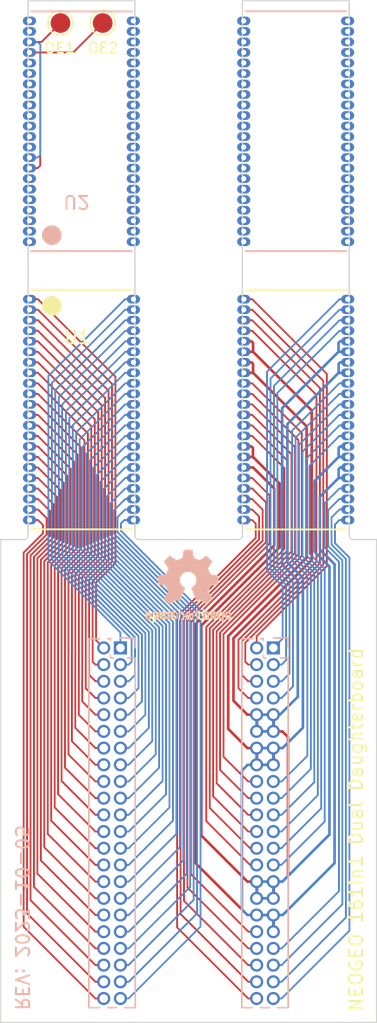
<source format=kicad_pcb>
(kicad_pcb (version 20221018) (generator pcbnew)
  (layers (0 "F.Cu" signal) (1 "In1.Cu" signal) (2 "In2.Cu" signal) (31 "B.Cu" signal) (34 "B.Paste" user) (35 "F.Paste" user) (36 "B.SilkS" user "B.Silkscreen") (37 "F.SilkS" user "F.Silkscreen") (38 "B.Mask" user) (39 "F.Mask" user) (44 "Edge.Cuts" user))
  (property "REV" "2023-10-05")
  (net 0 "")
  (net 1 "P1")
  (net 2 "P2")
  (net 3 "P3")
  (net 4 "P4")
  (net 5 "P5")
  (net 6 "P7")
  (net 7 "P8")
  (net 8 "P9")
  (net 9 "P10")
  (net 10 "P11")
  (net 11 "P12")
  (net 12 "P13")
  (net 13 "P14")
  (net 14 "P15")
  (net 15 "P16")
  (net 16 "P17")
  (net 17 "P18")
  (net 18 "P19")
  (net 19 "P20")
  (net 20 "P21")
  (net 21 "P22")
  (net 22 "P23")
  (net 23 "P24")
  (net 24 "P25")
  (net 25 "P26")
  (net 26 "P27")
  (net 27 "P28")
  (net 28 "P29")
  (net 29 "P30")
  (net 30 "P31")
  (net 31 "P32")
  (net 32 "P33")
  (net 33 "P34")
  (net 34 "P35")
  (net 35 "P36")
  (net 36 "P37")
  (net 37 "P38")
  (net 38 "P39")
  (net 39 "P40")
  (net 40 "P41")
  (net 41 "P42")
  (net 42 "P43")
  (net 43 "P44")
  (net 44 "P45")
  (net 45 "P46")
  (net 46 "P47")
  (net 47 "P48")
  (net 48 "P53")
  (net 49 "P54")
  (net 50 "P55")
  (net 51 "P56")
  (net 52 "P57")
  (net 53 "P58")
  (net 54 "P62")
  (net 55 "P63")
  (net 56 "P64")
  (net 57 "P65")
  (net 58 "P66")
  (net 59 "P67")
  (net 60 "P68")
  (net 61 "P69")
  (net 62 "P70")
  (net 63 "P75")
  (net 64 "P76")
  (net 65 "P77")
  (net 66 "P78")
  (net 67 "P79")
  (net 68 "P80")
  (net 69 "P85")
  (net 70 "P86")
  (net 71 "P87")
  (net 72 "P88")
  (net 73 "P6")
  (net 74 "C2_OE2")
  (net 75 "C2_OE1")
  (net 76 "VCC")
  (net 77 "GND")
  (footprint "TestPoint:TestPoint_Pad_D1.5mm" (layer "F.Cu") (at 131.7 74.7)
    (fp_text reference "J3" hide)
    (fp_text value "Conn_01x01_Pin" hide)
  )
  (footprint "TestPoint:TestPoint_Pad_D1.5mm" (layer "F.Cu") (at 134.91 74.7)
    (fp_text reference "J4" hide)
    (fp_text value "Conn_01x01_Pin" hide)
  )
  (footprint "Symbol:OSHW-Logo2_7.3x6mm_SilkScreen" (layer "F.Cu") (at 141.42 117.55)
    (fp_text reference "REF**" hide)
    (fp_text value "OSHW-Logo2_7.3x6mm_SilkScreen" hide)
  )
  (footprint "neogeo-161in1-dual-daughterboard:F0095H0" (layer "F.Cu") (at 141.45 104.11)
    (fp_text reference "U1")
    (fp_text value "F0095H0")
  )
  (footprint "Connector_PinHeader_1.27mm:PinHeader_2x22_P1.27mm_Vertical" (layer "B.Cu") (at 136.26 122.24 180)
    (fp_text reference "J1" hide)
    (fp_text value "Conn_02x22_Top_Bottom" hide)
  )
  (footprint "Symbol:OSHW-Logo2_7.3x6mm_SilkScreen" (layer "B.Cu") (at 141.41 117.53 180)
    (fp_text reference "REF**" hide)
    (fp_text value "OSHW-Logo2_7.3x6mm_SilkScreen" hide)
  )
  (footprint "Connector_PinHeader_1.27mm:PinHeader_2x22_P1.27mm_Vertical" (layer "B.Cu") (at 147.89 122.24 180)
    (fp_text reference "J2" hide)
    (fp_text value "Conn_02x22_Top_Bottom" hide)
  )
  (footprint "neogeo-161in1-dual-daughterboard:F0095H0" (layer "B.Cu") (at 141.44 82.94)
    (fp_text reference "U2")
    (fp_text value "F0095H0")
  )
  (gr_line (start 145.77 92.06) (end 153.42 92.06) (stroke (width 0.15)) (layer "B.SilkS"))
  (gr_line (start 129.47 73.82) (end 137.14 73.82) (stroke (width 0.15)) (layer "B.SilkS"))
  (gr_line (start 145.77 73.81) (end 153.42 73.81) (stroke (width 0.15)) (layer "B.SilkS"))
  (gr_line (start 129.47 92.06) (end 137.13 92.06) (stroke (width 0.15)) (layer "B.SilkS"))
  (gr_line (start 129.47 113.22) (end 137.13 113.22) (stroke (width 0.15)) (layer "F.SilkS"))
  (gr_line (start 145.77 113.23) (end 153.43 113.23) (stroke (width 0.15)) (layer "F.SilkS"))
  (gr_line (start 145.77 94.99) (end 153.42 94.99) (stroke (width 0.15)) (layer "F.SilkS"))
  (gr_line (start 129.48 94.99) (end 137.12 94.99) (stroke (width 0.15)) (layer "F.SilkS"))
  (gr_arc (start 137.662132 113.997868) (mid 137.45 113.91) (end 137.362132 113.697868) (stroke (width 0.1)) (layer "Edge.Cuts"))
  (gr_arc (start 129.237868 113.697868) (mid 129.150009 113.910009) (end 128.937868 113.997868) (stroke (width 0.1)) (layer "Edge.Cuts"))
  (gr_line (start 127.15 150.74) (end 155.75 150.74) (stroke (width 0.1)) (layer "Edge.Cuts"))
  (gr_line (start 128.937868 114) (end 127.15 114) (stroke (width 0.1)) (layer "Edge.Cuts"))
  (gr_arc (start 153.962132 114) (mid 153.749991 113.912141) (end 153.662132 113.7) (stroke (width 0.1)) (layer "Edge.Cuts"))
  (gr_line (start 127.15 150.74) (end 127.15 114) (stroke (width 0.1)) (layer "Edge.Cuts"))
  (gr_line (start 137.36 73) (end 137.362132 113.697868) (stroke (width 0.1)) (layer "Edge.Cuts"))
  (gr_line (start 129.24 73) (end 129.24 113.7) (stroke (width 0.1)) (layer "Edge.Cuts"))
  (gr_arc (start 145.537868 113.697868) (mid 145.45 113.91) (end 145.237868 113.997868) (stroke (width 0.1)) (layer "Edge.Cuts"))
  (gr_line (start 153.66 73.002132) (end 153.662132 113.7) (stroke (width 0.1)) (layer "Edge.Cuts"))
  (gr_line (start 155.75 114) (end 153.962132 114) (stroke (width 0.1)) (layer "Edge.Cuts"))
  (gr_line (start 137.662132 113.997868) (end 145.237868 113.997868) (stroke (width 0.1)) (layer "Edge.Cuts"))
  (gr_line (start 145.54 73) (end 145.54 113.697868) (stroke (width 0.1)) (layer "Edge.Cuts"))
  (gr_line (start 145.54 73) (end 153.66 73) (stroke (width 0.1)) (layer "Edge.Cuts"))
  (gr_line (start 155.75 150.74) (end 155.75 114) (stroke (width 0.1)) (layer "Edge.Cuts"))
  (gr_line (start 129.24 73) (end 137.36 73) (stroke (width 0.1)) (layer "Edge.Cuts"))
  (gr_text "REV: ${REV}" (at 128.18 149.91 -90) (layer "B.SilkS") (effects (font (size 1 1)) (justify left bottom mirror)))
  (gr_text "NEOGEO 161in1 Dual Daughterboard" (at 154.77 136.07 90) (layer "F.SilkS") (effects (font (size 1 1)) (justify bottom)))
  (gr_text "OE2" (at 133.68 77.06) (layer "F.SilkS") (effects (font (size 0.8 0.8) (thickness 0.12)) (justify left bottom)))
  (gr_text "OE1" (at 130.4 77.07) (layer "F.SilkS") (effects (font (size 0.8 0.8) (thickness 0.12)) (justify left bottom)))
  (segment (start 134.406 117.265004) (end 134.406 121.656) (width 0.135) (layer "F.Cu") (net 1))
  (segment (start 135.88 115.791004) (end 134.406 117.265004) (width 0.135) (layer "F.Cu") (net 1))
  (segment (start 129.35 95.71) (end 129.98 95.71) (width 0.135) (layer "F.Cu") (net 1))
  (segment (start 134.406 121.656) (end 134.99 122.24) (width 0.135) (layer "F.Cu") (net 1))
  (segment (start 129.98 95.71) (end 135.88 101.61) (width 0.135) (layer "F.Cu") (net 1))
  (segment (start 135.88 101.61) (end 135.88 115.791004) (width 0.135) (layer "F.Cu") (net 1))
  (segment (start 134.144 117.15648) (end 135.618 115.68248) (width 0.135) (layer "F.Cu") (net 2))
  (segment (start 135.618 102.148) (end 129.98 96.51) (width 0.135) (layer "F.Cu") (net 2))
  (segment (start 129.98 96.51) (end 129.35 96.51) (width 0.135) (layer "F.Cu") (net 2))
  (segment (start 134.36 123.51) (end 134.144 123.294) (width 0.135) (layer "F.Cu") (net 2))
  (segment (start 134.144 123.294) (end 134.144 117.15648) (width 0.135) (layer "F.Cu") (net 2))
  (segment (start 134.99 123.51) (end 134.36 123.51) (width 0.135) (layer "F.Cu") (net 2))
  (segment (start 135.618 115.68248) (end 135.618 102.148) (width 0.135) (layer "F.Cu") (net 2))
  (segment (start 135.356 102.676) (end 135.356 115.573956) (width 0.135) (layer "F.Cu") (net 3))
  (segment (start 129.35 97.31) (end 129.99 97.31) (width 0.135) (layer "F.Cu") (net 3))
  (segment (start 129.99 97.31) (end 135.356 102.676) (width 0.135) (layer "F.Cu") (net 3))
  (segment (start 133.882 117.047956) (end 133.882 124.292) (width 0.135) (layer "F.Cu") (net 3))
  (segment (start 133.882 124.292) (end 134.37 124.78) (width 0.135) (layer "F.Cu") (net 3))
  (segment (start 134.37 124.78) (end 134.99 124.78) (width 0.135) (layer "F.Cu") (net 3))
  (segment (start 135.356 115.573956) (end 133.882 117.047956) (width 0.135) (layer "F.Cu") (net 3))
  (segment (start 133.71 125.4) (end 133.616 125.306) (width 0.135) (layer "F.Cu") (net 4))
  (segment (start 129.35 98.11) (end 129.98 98.11) (width 0.135) (layer "F.Cu") (net 4))
  (segment (start 129.98 98.11) (end 135.094 103.224) (width 0.135) (layer "F.Cu") (net 4))
  (segment (start 133.62 116.939432) (end 133.62 125.31) (width 0.135) (layer "F.Cu") (net 4))
  (segment (start 133.62 125.31) (end 133.71 125.4) (width 0.135) (layer "F.Cu") (net 4))
  (segment (start 134.36 126.05) (end 133.71 125.4) (width 0.135) (layer "F.Cu") (net 4))
  (segment (start 135.094 115.465432) (end 133.62 116.939432) (width 0.135) (layer "F.Cu") (net 4))
  (segment (start 134.99 126.05) (end 134.36 126.05) (width 0.135) (layer "F.Cu") (net 4))
  (segment (start 135.094 103.224) (end 135.094 115.465432) (width 0.135) (layer "F.Cu") (net 4))
  (segment (start 134.832 115.356908) (end 134.832 103.762) (width 0.135) (layer "F.Cu") (net 5))
  (segment (start 134.832 103.762) (end 129.98 98.91) (width 0.135) (layer "F.Cu") (net 5))
  (segment (start 129.98 98.91) (end 129.35 98.91) (width 0.135) (layer "F.Cu") (net 5))
  (segment (start 133.354 124.678524) (end 133.358 124.674524) (width 0.135) (layer "F.Cu") (net 5))
  (segment (start 133.358 116.830908) (end 134.832 115.356908) (width 0.135) (layer "F.Cu") (net 5))
  (segment (start 133.354 126.314) (end 133.354 124.678524) (width 0.135) (layer "F.Cu") (net 5))
  (segment (start 134.99 127.32) (end 134.36 127.32) (width 0.135) (layer "F.Cu") (net 5))
  (segment (start 134.36 127.32) (end 133.354 126.314) (width 0.135) (layer "F.Cu") (net 5))
  (segment (start 133.358 124.674524) (end 133.358 116.830908) (width 0.135) (layer "F.Cu") (net 5))
  (segment (start 134.36 129.86) (end 132.83 128.33) (width 0.135) (layer "F.Cu") (net 6))
  (segment (start 132.83 122.771048) (end 132.834 122.767048) (width 0.135) (layer "F.Cu") (net 6))
  (segment (start 132.834 116.61386) (end 134.308 115.13986) (width 0.135) (layer "F.Cu") (net 6))
  (segment (start 134.99 129.86) (end 134.36 129.86) (width 0.135) (layer "F.Cu") (net 6))
  (segment (start 129.98 100.51) (end 129.35 100.51) (width 0.135) (layer "F.Cu") (net 6))
  (segment (start 134.308 115.13986) (end 134.308 104.838) (width 0.135) (layer "F.Cu") (net 6))
  (segment (start 134.308 104.838) (end 129.98 100.51) (width 0.135) (layer "F.Cu") (net 6))
  (segment (start 132.834 122.767048) (end 132.834 116.61386) (width 0.135) (layer "F.Cu") (net 6))
  (segment (start 132.83 128.33) (end 132.83 122.771048) (width 0.135) (layer "F.Cu") (net 6))
  (segment (start 134.046 115.031336) (end 134.046 105.376) (width 0.135) (layer "F.Cu") (net 7))
  (segment (start 134.36 131.13) (end 134.99 131.13) (width 0.135) (layer "F.Cu") (net 7))
  (segment (start 132.572 122.658524) (end 132.572 116.505336) (width 0.135) (layer "F.Cu") (net 7))
  (segment (start 129.98 101.31) (end 129.35 101.31) (width 0.135) (layer "F.Cu") (net 7))
  (segment (start 132.568 122.662524) (end 132.572 122.658524) (width 0.135) (layer "F.Cu") (net 7))
  (segment (start 134.046 105.376) (end 129.98 101.31) (width 0.135) (layer "F.Cu") (net 7))
  (segment (start 132.568 129.338) (end 134.36 131.13) (width 0.135) (layer "F.Cu") (net 7))
  (segment (start 132.568 127.15) (end 132.568 122.662524) (width 0.135) (layer "F.Cu") (net 7))
  (segment (start 132.568 127.15) (end 132.568 129.338) (width 0.135) (layer "F.Cu") (net 7))
  (segment (start 132.572 116.505336) (end 134.046 115.031336) (width 0.135) (layer "F.Cu") (net 7))
  (segment (start 132.31 117.09) (end 132.306 117.094) (width 0.135) (layer "F.Cu") (net 8))
  (segment (start 133.324 105.454) (end 129.98 102.11) (width 0.135) (layer "F.Cu") (net 8))
  (segment (start 134.36 132.4) (end 134.99 132.4) (width 0.135) (layer "F.Cu") (net 8))
  (segment (start 133.784 114.922812) (end 132.31 116.396812) (width 0.135) (layer "F.Cu") (net 8))
  (segment (start 133.784 105.914) (end 133.784 114.922812) (width 0.135) (layer "F.Cu") (net 8))
  (segment (start 132.306 130.346) (end 134.36 132.4) (width 0.135) (layer "F.Cu") (net 8))
  (segment (start 132.306 117.094) (end 132.306 130.346) (width 0.135) (layer "F.Cu") (net 8))
  (segment (start 129.98 102.11) (end 129.35 102.11) (width 0.135) (layer "F.Cu") (net 8))
  (segment (start 133.26 105.39) (end 133.784 105.914) (width 0.135) (layer "F.Cu") (net 8))
  (segment (start 132.31 116.396812) (end 132.31 117.09) (width 0.135) (layer "F.Cu") (net 8))
  (segment (start 134.99 133.67) (end 134.36 133.67) (width 0.135) (layer "F.Cu") (net 9))
  (segment (start 132.044 131.354) (end 132.044 116.794) (width 0.135) (layer "F.Cu") (net 9))
  (segment (start 132.048 116.79) (end 132.048 116.288288) (width 0.135) (layer "F.Cu") (net 9))
  (segment (start 129.98 102.91) (end 133.522 106.452) (width 0.135) (layer "F.Cu") (net 9))
  (segment (start 134.36 133.67) (end 132.044 131.354) (width 0.135) (layer "F.Cu") (net 9))
  (segment (start 132.048 116.288288) (end 133.522 114.814288) (width 0.135) (layer "F.Cu") (net 9))
  (segment (start 133.522 114.814288) (end 133.522 106.99) (width 0.135) (layer "F.Cu") (net 9))
  (segment (start 132.044 116.794) (end 132.048 116.79) (width 0.135) (layer "F.Cu") (net 9))
  (segment (start 129.35 102.91) (end 129.98 102.91) (width 0.135) (layer "F.Cu") (net 9))
  (segment (start 133.522 106.452) (end 133.522 106.99) (width 0.135) (layer "F.Cu") (net 9))
  (segment (start 134.99 134.94) (end 134.36 134.94) (width 0.135) (layer "F.Cu") (net 10))
  (segment (start 133.26 114.705764) (end 133.26 106.99) (width 0.135) (layer "F.Cu") (net 10))
  (segment (start 134.36 134.94) (end 131.782 132.362) (width 0.135) (layer "F.Cu") (net 10))
  (segment (start 131.782 132.362) (end 131.782 116.183764) (width 0.135) (layer "F.Cu") (net 10))
  (segment (start 129.98 103.71) (end 129.35 103.71) (width 0.135) (layer "F.Cu") (net 10))
  (segment (start 131.782 116.183764) (end 133.26 114.705764) (width 0.135) (layer "F.Cu") (net 10))
  (segment (start 133.26 106.99) (end 129.98 103.71) (width 0.135) (layer "F.Cu") (net 10))
  (segment (start 132.998 114.59724) (end 132.998 107.528) (width 0.135) (layer "F.Cu") (net 11))
  (segment (start 129.98 104.51) (end 129.35 104.51) (width 0.135) (layer "F.Cu") (net 11))
  (segment (start 132.998 107.528) (end 129.98 104.51) (width 0.135) (layer "F.Cu") (net 11))
  (segment (start 131.52 133.37) (end 131.52 116.07524) (width 0.135) (layer "F.Cu") (net 11))
  (segment (start 134.99 136.21) (end 134.36 136.21) (width 0.135) (layer "F.Cu") (net 11))
  (segment (start 131.52 116.07524) (end 132.998 114.59724) (width 0.135) (layer "F.Cu") (net 11))
  (segment (start 134.36 136.21) (end 131.52 133.37) (width 0.135) (layer "F.Cu") (net 11))
  (segment (start 132.736 114.488716) (end 132.736 108.066) (width 0.135) (layer "F.Cu") (net 12))
  (segment (start 129.98 105.31) (end 129.35 105.31) (width 0.135) (layer "F.Cu") (net 12))
  (segment (start 131.258 134.378) (end 131.258 115.966716) (width 0.135) (layer "F.Cu") (net 12))
  (segment (start 132.736 108.066) (end 129.98 105.31) (width 0.135) (layer "F.Cu") (net 12))
  (segment (start 131.258 115.966716) (end 132.736 114.488716) (width 0.135) (layer "F.Cu") (net 12))
  (segment (start 134.36 137.48) (end 131.258 134.378) (width 0.135) (layer "F.Cu") (net 12))
  (segment (start 134.99 137.48) (end 134.36 137.48) (width 0.135) (layer "F.Cu") (net 12))
  (segment (start 130.996 135.386) (end 130.996 134.14) (width 0.135) (layer "F.Cu") (net 13))
  (segment (start 132.474 114.380192) (end 132.474 108.614) (width 0.135) (layer "F.Cu") (net 13))
  (segment (start 129.97 106.11) (end 129.35 106.11) (width 0.135) (layer "F.Cu") (net 13))
  (segment (start 130.996 134.14) (end 130.996 123.15) (width 0.135) (layer "F.Cu") (net 13))
  (segment (start 130.996 115.858192) (end 132.474 114.380192) (width 0.135) (layer "F.Cu") (net 13))
  (segment (start 134.36 138.75) (end 130.996 135.386) (width 0.135) (layer "F.Cu") (net 13))
  (segment (start 134.99 138.75) (end 134.36 138.75) (width 0.135) (layer "F.Cu") (net 13))
  (segment (start 130.996 123.15) (end 130.996 115.858192) (width 0.135) (layer "F.Cu") (net 13))
  (segment (start 132.474 108.614) (end 129.97 106.11) (width 0.135) (layer "F.Cu") (net 13))
  (segment (start 130.73 115.753668) (end 132.212 114.271668) (width 0.135) (layer "F.Cu") (net 14))
  (segment (start 134.36 140.02) (end 130.73 136.39) (width 0.135) (layer "F.Cu") (net 14))
  (segment (start 130.73 136.39) (end 130.73 115.753668) (width 0.135) (layer "F.Cu") (net 14))
  (segment (start 132.212 109.142) (end 129.98 106.91) (width 0.135) (layer "F.Cu") (net 14))
  (segment (start 132.212 114.271668) (end 132.212 109.142) (width 0.135) (layer "F.Cu") (net 14))
  (segment (start 134.99 140.02) (end 134.36 140.02) (width 0.135) (layer "F.Cu") (net 14))
  (segment (start 129.98 106.91) (end 129.35 106.91) (width 0.135) (layer "F.Cu") (net 14))
  (segment (start 134.35 141.29) (end 130.468 137.408) (width 0.135) (layer "F.Cu") (net 15))
  (segment (start 131.95 114.163144) (end 131.95 109.68) (width 0.135) (layer "F.Cu") (net 15))
  (segment (start 134.99 141.29) (end 134.35 141.29) (width 0.135) (layer "F.Cu") (net 15))
  (segment (start 129.98 107.71) (end 129.35 107.71) (width 0.135) (layer "F.Cu") (net 15))
  (segment (start 131.95 109.68) (end 129.98 107.71) (width 0.135) (layer "F.Cu") (net 15))
  (segment (start 130.468 115.645144) (end 131.95 114.163144) (width 0.135) (layer "F.Cu") (net 15))
  (segment (start 130.468 137.408) (end 130.468 115.645144) (width 0.135) (layer "F.Cu") (net 15))
  (segment (start 134.99 142.56) (end 134.36 142.56) (width 0.135) (layer "F.Cu") (net 16))
  (segment (start 129.98 108.51) (end 129.35 108.51) (width 0.135) (layer "F.Cu") (net 16))
  (segment (start 130.206 115.53662) (end 131.688 114.05462) (width 0.135) (layer "F.Cu") (net 16))
  (segment (start 130.206 138.406) (end 130.206 115.53662) (width 0.135) (layer "F.Cu") (net 16))
  (segment (start 131.688 114.05462) (end 131.688 110.218) (width 0.135) (layer "F.Cu") (net 16))
  (segment (start 134.36 142.56) (end 130.206 138.406) (width 0.135) (layer "F.Cu") (net 16))
  (segment (start 131.688 110.218) (end 129.98 108.51) (width 0.135) (layer "F.Cu") (net 16))
  (segment (start 131.426 113.946096) (end 131.426 110.756) (width 0.135) (layer "F.Cu") (net 17))
  (segment (start 134.36 143.83) (end 129.944 139.414) (width 0.135) (layer "F.Cu") (net 17))
  (segment (start 129.98 109.31) (end 129.35 109.31) (width 0.135) (layer "F.Cu") (net 17))
  (segment (start 131.426 110.756) (end 129.98 109.31) (width 0.135) (layer "F.Cu") (net 17))
  (segment (start 129.944 115.428096) (end 131.426 113.946096) (width 0.135) (layer "F.Cu") (net 17))
  (segment (start 134.99 143.83) (end 134.36 143.83) (width 0.135) (layer "F.Cu") (net 17))
  (segment (start 129.944 139.414) (end 129.944 115.428096) (width 0.135) (layer "F.Cu") (net 17))
  (segment (start 129.97 110.11) (end 129.35 110.11) (width 0.135) (layer "F.Cu") (net 18))
  (segment (start 129.682 140.422) (end 129.682 115.319572) (width 0.135) (layer "F.Cu") (net 18))
  (segment (start 131.164 111.304) (end 129.97 110.11) (width 0.135) (layer "F.Cu") (net 18))
  (segment (start 134.36 145.1) (end 129.682 140.422) (width 0.135) (layer "F.Cu") (net 18))
  (segment (start 129.682 115.319572) (end 131.164 113.837572) (width 0.135) (layer "F.Cu") (net 18))
  (segment (start 131.164 113.837572) (end 131.164 111.304) (width 0.135) (layer "F.Cu") (net 18))
  (segment (start 134.99 145.1) (end 134.36 145.1) (width 0.135) (layer "F.Cu") (net 18))
  (segment (start 134.36 146.37) (end 134.99 146.37) (width 0.135) (layer "F.Cu") (net 19))
  (segment (start 130.902 111.822) (end 130.902 113.729048) (width 0.135) (layer "F.Cu") (net 19))
  (segment (start 129.42 115.211048) (end 129.42 141.43) (width 0.135) (layer "F.Cu") (net 19))
  (segment (start 129.42 141.43) (end 134.36 146.37) (width 0.135) (layer "F.Cu") (net 19))
  (segment (start 130.902 113.729048) (end 129.42 115.211048) (width 0.135) (layer "F.Cu") (net 19))
  (segment (start 129.35 110.91) (end 129.99 110.91) (width 0.135) (layer "F.Cu") (net 19))
  (segment (start 129.99 110.91) (end 130.902 111.822) (width 0.135) (layer "F.Cu") (net 19))
  (segment (start 134.36 147.64) (end 134.99 147.64) (width 0.135) (layer "F.Cu") (net 20))
  (segment (start 129.158 115.102524) (end 129.158 142.438) (width 0.135) (layer "F.Cu") (net 20))
  (segment (start 129.158 142.438) (end 134.36 147.64) (width 0.135) (layer "F.Cu") (net 20))
  (segment (start 129.99 111.71) (end 130.64 112.36) (width 0.135) (layer "F.Cu") (net 20))
  (segment (start 129.35 111.71) (end 129.99 111.71) (width 0.135) (layer "F.Cu") (net 20))
  (segment (start 130.64 112.36) (end 130.64 113.620524) (width 0.135) (layer "F.Cu") (net 20))
  (segment (start 130.64 113.620524) (end 129.158 115.102524) (width 0.135) (layer "F.Cu") (net 20))
  (segment (start 130.37 112.89) (end 130.37 113.52) (width 0.135) (layer "F.Cu") (net 21))
  (segment (start 128.896 114.994) (end 128.896 143.446) (width 0.135) (layer "F.Cu") (net 21))
  (segment (start 134.36 148.91) (end 134.99 148.91) (width 0.135) (layer "F.Cu") (net 21))
  (segment (start 129.35 112.51) (end 129.99 112.51) (width 0.135) (layer "F.Cu") (net 21))
  (segment (start 130.37 113.52) (end 128.896 114.994) (width 0.135) (layer "F.Cu") (net 21))
  (segment (start 129.99 112.51) (end 130.37 112.89) (width 0.135) (layer "F.Cu") (net 21))
  (segment (start 128.896 143.446) (end 134.36 148.91) (width 0.135) (layer "F.Cu") (net 21))
  (segment (start 136.88 148.91) (end 142.352 143.438) (width 0.135) (layer "B.Cu") (net 22))
  (segment (start 136.56 112.51) (end 136.3 112.77) (width 0.135) (layer "B.Cu") (net 22))
  (segment (start 137.25 112.51) (end 136.56 112.51) (width 0.135) (layer "B.Cu") (net 22))
  (segment (start 142.352 143.438) (end 142.352 127.22) (width 0.135) (layer "B.Cu") (net 22))
  (segment (start 136.3 112.77) (end 136.3 113.32952) (width 0.135) (layer "B.Cu") (net 22))
  (segment (start 136.26 148.91) (end 136.88 148.91) (width 0.135) (layer "B.Cu") (net 22))
  (segment (start 142.352 119.38152) (end 142.352 127.22) (width 0.135) (layer "B.Cu") (net 22))
  (segment (start 136.3 113.32952) (end 142.352 119.38152) (width 0.135) (layer "B.Cu") (net 22))
  (segment (start 136.89 147.64) (end 142.09 142.44) (width 0.135) (layer "B.Cu") (net 23))
  (segment (start 142.09 140.9) (end 142.088 140.898) (width 0.135) (layer "B.Cu") (net 23))
  (segment (start 142.09 142.44) (end 142.09 140.9) (width 0.135) (layer "B.Cu") (net 23))
  (segment (start 142.088 140.898) (end 142.088 119.488044) (width 0.135) (layer "B.Cu") (net 23))
  (segment (start 136.62 111.71) (end 137.25 111.71) (width 0.135) (layer "B.Cu") (net 23))
  (segment (start 136.038 113.438044) (end 136.038 112.292) (width 0.135) (layer "B.Cu") (net 23))
  (segment (start 136.038 112.292) (end 136.62 111.71) (width 0.135) (layer "B.Cu") (net 23))
  (segment (start 142.088 119.488044) (end 136.038 113.438044) (width 0.135) (layer "B.Cu") (net 23))
  (segment (start 136.26 147.64) (end 136.89 147.64) (width 0.135) (layer "B.Cu") (net 23))
  (segment (start 141.826 141.006524) (end 141.826 119.596568) (width 0.135) (layer "B.Cu") (net 24))
  (segment (start 136.63 110.91) (end 137.25 110.91) (width 0.135) (layer "B.Cu") (net 24))
  (segment (start 141.828 141.008524) (end 141.826 141.006524) (width 0.135) (layer "B.Cu") (net 24))
  (segment (start 135.776 111.764) (end 136.63 110.91) (width 0.135) (layer "B.Cu") (net 24))
  (segment (start 136.87 146.37) (end 141.828 141.412) (width 0.135) (layer "B.Cu") (net 24))
  (segment (start 141.828 141.412) (end 141.828 141.008524) (width 0.135) (layer "B.Cu") (net 24))
  (segment (start 135.776 113.546568) (end 135.776 111.764) (width 0.135) (layer "B.Cu") (net 24))
  (segment (start 141.826 119.596568) (end 135.776 113.546568) (width 0.135) (layer "B.Cu") (net 24))
  (segment (start 136.26 146.37) (end 136.87 146.37) (width 0.135) (layer "B.Cu") (net 24))
  (segment (start 135.514 111.226) (end 136.63 110.11) (width 0.135) (layer "B.Cu") (net 25))
  (segment (start 135.514 113.655092) (end 135.514 111.226) (width 0.135) (layer "B.Cu") (net 25))
  (segment (start 141.564 140.426) (end 141.564 119.705092) (width 0.135) (layer "B.Cu") (net 25))
  (segment (start 136.63 110.11) (end 137.25 110.11) (width 0.135) (layer "B.Cu") (net 25))
  (segment (start 141.564 119.705092) (end 135.514 113.655092) (width 0.135) (layer "B.Cu") (net 25))
  (segment (start 136.89 145.1) (end 141.564 140.426) (width 0.135) (layer "B.Cu") (net 25))
  (segment (start 136.26 145.1) (end 136.89 145.1) (width 0.135) (layer "B.Cu") (net 25))
  (segment (start 136.89 143.83) (end 136.26 143.83) (width 0.135) (layer "B.Cu") (net 26))
  (segment (start 137.25 109.31) (end 136.63 109.31) (width 0.135) (layer "B.Cu") (net 26))
  (segment (start 141.302 119.813616) (end 141.302 139.418) (width 0.135) (layer "B.Cu") (net 26))
  (segment (start 135.252 113.763616) (end 135.252 110.688) (width 0.135) (layer "B.Cu") (net 26))
  (segment (start 135.984192 114.495808) (end 135.252 113.763616) (width 0.135) (layer "B.Cu") (net 26))
  (segment (start 135.984192 114.495808) (end 141.302 119.813616) (width 0.135) (layer "B.Cu") (net 26))
  (segment (start 141.302 139.418) (end 136.89 143.83) (width 0.135) (layer "B.Cu") (net 26))
  (segment (start 136.63 109.31) (end 135.252 110.688) (width 0.135) (layer "B.Cu") (net 26))
  (segment (start 134.99 113.87214) (end 134.99 110.15) (width 0.135) (layer "B.Cu") (net 27))
  (segment (start 141.04 119.92214) (end 141.04 138.41) (width 0.135) (layer "B.Cu") (net 27))
  (segment (start 136.89 142.56) (end 136.26 142.56) (width 0.135) (layer "B.Cu") (net 27))
  (segment (start 137.25 108.51) (end 136.63 108.51) (width 0.135) (layer "B.Cu") (net 27))
  (segment (start 136.63 108.51) (end 134.99 110.15) (width 0.135) (layer "B.Cu") (net 27))
  (segment (start 141.04 138.41) (end 136.89 142.56) (width 0.135) (layer "B.Cu") (net 27))
  (segment (start 135.71393 114.59607) (end 134.99 113.87214) (width 0.135) (layer "B.Cu") (net 27))
  (segment (start 135.71393 114.59607) (end 141.04 119.92214) (width 0.135) (layer "B.Cu") (net 27))
  (segment (start 137.25 107.71) (end 136.63 107.71) (width 0.135) (layer "B.Cu") (net 28))
  (segment (start 135.393642 114.646306) (end 134.728 113.980664) (width 0.135) (layer "B.Cu") (net 28))
  (segment (start 135.393642 114.646306) (end 140.778 120.030664) (width 0.135) (layer "B.Cu") (net 28))
  (segment (start 134.728 113.980664) (end 134.728 109.612) (width 0.135) (layer "B.Cu") (net 28))
  (segment (start 140.778 120.030664) (end 140.778 137.402) (width 0.135) (layer "B.Cu") (net 28))
  (segment (start 136.89 141.29) (end 136.26 141.29) (width 0.135) (layer "B.Cu") (net 28))
  (segment (start 140.778 137.402) (end 136.89 141.29) (width 0.135) (layer "B.Cu") (net 28))
  (segment (start 136.63 107.71) (end 134.728 109.612) (width 0.135) (layer "B.Cu") (net 28))
  (segment (start 140.516 136.394) (end 136.89 140.02) (width 0.135) (layer "B.Cu") (net 29))
  (segment (start 137.25 106.91) (end 136.63 106.91) (width 0.135) (layer "B.Cu") (net 29))
  (segment (start 136.63 106.91) (end 134.466 109.074) (width 0.135) (layer "B.Cu") (net 29))
  (segment (start 135.131642 114.75483) (end 134.466 114.089188) (width 0.135) (layer "B.Cu") (net 29))
  (segment (start 136.89 140.02) (end 136.26 140.02) (width 0.135) (layer "B.Cu") (net 29))
  (segment (start 135.131642 114.75483) (end 140.516 120.139188) (width 0.135) (layer "B.Cu") (net 29))
  (segment (start 134.466 114.089188) (end 134.466 109.074) (width 0.135) (layer "B.Cu") (net 29))
  (segment (start 140.516 120.139188) (end 140.516 136.394) (width 0.135) (layer "B.Cu") (net 29))
  (segment (start 140.254 135.386) (end 136.89 138.75) (width 0.135) (layer "B.Cu") (net 30))
  (segment (start 140.254 120.247712) (end 140.254 135.386) (width 0.135) (layer "B.Cu") (net 30))
  (segment (start 134.943144 114.936856) (end 134.204 114.197712) (width 0.135) (layer "B.Cu") (net 30))
  (segment (start 134.204 114.197712) (end 134.204 108.536) (width 0.135) (layer "B.Cu") (net 30))
  (segment (start 136.63 106.11) (end 134.204 108.536) (width 0.135) (layer "B.Cu") (net 30))
  (segment (start 137.25 106.11) (end 136.63 106.11) (width 0.135) (layer "B.Cu") (net 30))
  (segment (start 136.89 138.75) (end 136.26 138.75) (width 0.135) (layer "B.Cu") (net 30))
  (segment (start 134.943144 114.936856) (end 140.254 120.247712) (width 0.135) (layer "B.Cu") (net 30))
  (segment (start 136.62 105.3) (end 133.942 107.978) (width 0.135) (layer "B.Cu") (net 31))
  (segment (start 137.25 105.31) (end 136.63 105.31) (width 0.135) (layer "B.Cu") (net 31))
  (segment (start 133.942 114.306236) (end 133.942 107.978) (width 0.135) (layer "B.Cu") (net 31))
  (segment (start 139.992 134.378) (end 136.89 137.48) (width 0.135) (layer "B.Cu") (net 31))
  (segment (start 134.607642 114.971878) (end 133.942 114.306236) (width 0.135) (layer "B.Cu") (net 31))
  (segment (start 136.63 105.31) (end 136.62 105.3) (width 0.135) (layer "B.Cu") (net 31))
  (segment (start 136.89 137.48) (end 136.26 137.48) (width 0.135) (layer "B.Cu") (net 31))
  (segment (start 139.992 120.356236) (end 139.992 134.378) (width 0.135) (layer "B.Cu") (net 31))
  (segment (start 134.607642 114.971878) (end 139.992 120.356236) (width 0.135) (layer "B.Cu") (net 31))
  (segment (start 139.73 133.37) (end 136.89 136.21) (width 0.135) (layer "B.Cu") (net 32))
  (segment (start 137.25 104.51) (end 136.62 104.51) (width 0.135) (layer "B.Cu") (net 32))
  (segment (start 136.89 136.21) (end 136.26 136.21) (width 0.135) (layer "B.Cu") (net 32))
  (segment (start 139.73 120.46476) (end 139.73 133.37) (width 0.135) (layer "B.Cu") (net 32))
  (segment (start 134.345642 115.080402) (end 139.73 120.46476) (width 0.135) (layer "B.Cu") (net 32))
  (segment (start 136.62 104.51) (end 133.68 107.45) (width 0.135) (layer "B.Cu") (net 32))
  (segment (start 134.345642 115.080402) (end 133.68 114.41476) (width 0.135) (layer "B.Cu") (net 32))
  (segment (start 133.68 114.41476) (end 133.68 107.45) (width 0.135) (layer "B.Cu") (net 32))
  (segment (start 137.25 103.71) (end 136.62 103.71) (width 0.135) (layer "B.Cu") (net 33))
  (segment (start 133.418 114.523284) (end 133.418 106.912) (width 0.135) (layer "B.Cu") (net 33))
  (segment (start 136.62 103.71) (end 133.418 106.912) (width 0.135) (layer "B.Cu") (net 33))
  (segment (start 134.162358 115.267642) (end 139.468 120.573284) (width 0.135) (layer "B.Cu") (net 33))
  (segment (start 139.468 132.362) (end 136.89 134.94) (width 0.135) (layer "B.Cu") (net 33))
  (segment (start 139.468 120.573284) (end 139.468 132.362) (width 0.135) (layer "B.Cu") (net 33))
  (segment (start 136.89 134.94) (end 136.26 134.94) (width 0.135) (layer "B.Cu") (net 33))
  (segment (start 134.162358 115.267642) (end 133.418 114.523284) (width 0.135) (layer "B.Cu") (net 33))
  (segment (start 139.206 131.354) (end 139.206 129.53) (width 0.135) (layer "B.Cu") (net 34))
  (segment (start 133.156 114.631808) (end 133.156 106.374) (width 0.135) (layer "B.Cu") (net 34))
  (segment (start 136.62 102.91) (end 133.156 106.374) (width 0.135) (layer "B.Cu") (net 34))
  (segment (start 136.89 133.67) (end 139.206 131.354) (width 0.135) (layer "B.Cu") (net 34))
  (segment (start 137.25 102.91) (end 136.62 102.91) (width 0.135) (layer "B.Cu") (net 34))
  (segment (start 133.937096 115.412904) (end 139.206 120.681808) (width 0.135) (layer "B.Cu") (net 34))
  (segment (start 136.26 133.67) (end 136.89 133.67) (width 0.135) (layer "B.Cu") (net 34))
  (segment (start 133.937096 115.412904) (end 133.156 114.631808) (width 0.135) (layer "B.Cu") (net 34))
  (segment (start 139.206 120.681808) (end 139.206 129.86) (width 0.135) (layer "B.Cu") (net 34))
  (segment (start 136.26 132.4) (end 136.89 132.4) (width 0.135) (layer "B.Cu") (net 35))
  (segment (start 136.89 132.4) (end 138.944 130.346) (width 0.135) (layer "B.Cu") (net 35))
  (segment (start 132.894 114.740332) (end 132.894 105.846) (width 0.135) (layer "B.Cu") (net 35))
  (segment (start 138.944 120.790332) (end 132.894 114.740332) (width 0.135) (layer "B.Cu") (net 35))
  (segment (start 138.944 130.346) (end 138.944 120.790332) (width 0.135) (layer "B.Cu") (net 35))
  (segment (start 132.894 105.846) (end 136.63 102.11) (width 0.135) (layer "B.Cu") (net 35))
  (segment (start 136.63 102.11) (end 137.25 102.11) (width 0.135) (layer "B.Cu") (net 35))
  (segment (start 136.62 101.31) (end 132.632 105.298) (width 0.135) (layer "B.Cu") (net 36))
  (segment (start 133.386572 115.603428) (end 138.682 120.898856) (width 0.135) (layer "B.Cu") (net 36))
  (segment (start 136.88 131.13) (end 136.26 131.13) (width 0.135) (layer "B.Cu") (net 36))
  (segment (start 138.682 120.898856) (end 138.682 129.328) (width 0.135) (layer "B.Cu") (net 36))
  (segment (start 138.682 129.328) (end 136.88 131.13) (width 0.135) (layer "B.Cu") (net 36))
  (segment (start 137.25 101.31) (end 136.62 101.31) (width 0.135) (layer "B.Cu") (net 36))
  (segment (start 133.386572 115.603428) (end 132.632 114.848856) (width 0.135) (layer "B.Cu") (net 36))
  (segment (start 132.632 114.848856) (end 132.632 105.298) (width 0.135) (layer "B.Cu") (net 36))
  (segment (start 136.26 129.86) (end 136.89 129.86) (width 0.135) (layer "B.Cu") (net 37))
  (segment (start 136.89 129.86) (end 138.42 128.33) (width 0.135) (layer "B.Cu") (net 37))
  (segment (start 136.63 100.51) (end 137.25 100.51) (width 0.135) (layer "B.Cu") (net 37))
  (segment (start 138.42 128.33) (end 138.42 121.00738) (width 0.135) (layer "B.Cu") (net 37))
  (segment (start 132.37 104.77) (end 136.63 100.51) (width 0.135) (layer "B.Cu") (net 37))
  (segment (start 132.37 114.95738) (end 132.37 104.77) (width 0.135) (layer "B.Cu") (net 37))
  (segment (start 138.42 121.00738) (end 132.37 114.95738) (width 0.135) (layer "B.Cu") (net 37))
  (segment (start 136.63 99.71) (end 132.108 104.232) (width 0.135) (layer "B.Cu") (net 38))
  (segment (start 136.89 128.59) (end 136.26 128.59) (width 0.135) (layer "B.Cu") (net 38))
  (segment (start 137.25 99.71) (end 136.63 99.71) (width 0.135) (layer "B.Cu") (net 38))
  (segment (start 132.108 115.065904) (end 132.108 104.232) (width 0.135) (layer "B.Cu") (net 38))
  (segment (start 132.921048 115.878952) (end 138.158 121.115904) (width 0.135) (layer "B.Cu") (net 38))
  (segment (start 138.158 121.115904) (end 138.158 127.322) (width 0.135) (layer "B.Cu") (net 38))
  (segment (start 138.158 127.322) (end 136.89 128.59) (width 0.135) (layer "B.Cu") (net 38))
  (segment (start 132.921048 115.878952) (end 132.108 115.065904) (width 0.135) (layer "B.Cu") (net 38))
  (segment (start 137.896 121.224428) (end 131.846 115.174428) (width 0.135) (layer "B.Cu") (net 39))
  (segment (start 131.846 114.476) (end 131.83 114.46) (width 0.135) (layer "B.Cu") (net 39))
  (segment (start 137.896 126.314) (end 137.896 121.224428) (width 0.135) (layer "B.Cu") (net 39))
  (segment (start 131.83 114.46) (end 131.83 103.72) (width 0.135) (layer "B.Cu") (net 39))
  (segment (start 131.83 103.72) (end 136.64 98.91) (width 0.135) (layer "B.Cu") (net 39))
  (segment (start 136.89 127.32) (end 137.896 126.314) (width 0.135) (layer "B.Cu") (net 39))
  (segment (start 131.846 115.174428) (end 131.846 114.476) (width 0.135) (layer "B.Cu") (net 39))
  (segment (start 136.26 127.32) (end 136.89 127.32) (width 0.135) (layer "B.Cu") (net 39))
  (segment (start 136.64 98.91) (end 137.25 98.91) (width 0.135) (layer "B.Cu") (net 39))
  (segment (start 137.634 125.306) (end 137.634 121.332952) (width 0.135) (layer "B.Cu") (net 40))
  (segment (start 137.25 98.11) (end 136.63 98.11) (width 0.135) (layer "B.Cu") (net 40))
  (segment (start 136.63 98.11) (end 131.584 103.156) (width 0.135) (layer "B.Cu") (net 40))
  (segment (start 136.26 126.05) (end 136.89 126.05) (width 0.135) (layer "B.Cu") (net 40))
  (segment (start 137.634 121.332952) (end 131.568 115.266952) (width 0.135) (layer "B.Cu") (net 40))
  (segment (start 136.89 126.05) (end 137.634 125.306) (width 0.135) (layer "B.Cu") (net 40))
  (segment (start 131.568 115.266952) (end 131.568 103.172) (width 0.135) (layer "B.Cu") (net 40))
  (segment (start 131.306 102.634) (end 131.306 115.375476) (width 0.135) (layer "B.Cu") (net 41))
  (segment (start 136.26 124.78) (end 136.89 124.78) (width 0.135) (layer "B.Cu") (net 41))
  (segment (start 137.372 121.441476) (end 137.372 123.43) (width 0.135) (layer "B.Cu") (net 41))
  (segment (start 136.89 124.78) (end 137.372 124.298) (width 0.135) (layer "B.Cu") (net 41))
  (segment (start 137.25 97.31) (end 136.63 97.31) (width 0.135) (layer "B.Cu") (net 41))
  (segment (start 131.306 115.375476) (end 137.372 121.441476) (width 0.135) (layer "B.Cu") (net 41))
  (segment (start 137.25 97.31) (end 137.24 97.3) (width 0.135) (layer "B.Cu") (net 41))
  (segment (start 137.372 124.298) (end 137.372 123.43) (width 0.135) (layer "B.Cu") (net 41))
  (segment (start 136.63 97.31) (end 131.306 102.634) (width 0.135) (layer "B.Cu") (net 41))
  (segment (start 136.89 123.51) (end 136.26 123.51) (width 0.135) (layer "B.Cu") (net 42))
  (segment (start 137.25 96.51) (end 136.62 96.51) (width 0.135) (layer "B.Cu") (net 42))
  (segment (start 137.11 121.55) (end 137.11 123.29) (width 0.135) (layer "B.Cu") (net 42))
  (segment (start 131.044 115.484) (end 137.11 121.55) (width 0.135) (layer "B.Cu") (net 42))
  (segment (start 136.62 96.51) (end 131.044 102.086) (width 0.135) (layer "B.Cu") (net 42))
  (segment (start 137.11 123.29) (end 136.89 123.51) (width 0.135) (layer "B.Cu") (net 42))
  (segment (start 131.044 102.086) (end 131.044 115.484) (width 0.135) (layer "B.Cu") (net 42))
  (segment (start 137.25 95.71) (end 136.62 95.71) (width 0.135) (layer "B.Cu") (net 43))
  (segment (start 130.782 101.548) (end 130.782 115.592524) (width 0.135) (layer "B.Cu") (net 43))
  (segment (start 136.62 95.71) (end 130.782 101.548) (width 0.135) (layer "B.Cu") (net 43))
  (segment (start 130.782 115.592524) (end 136.26 121.070524) (width 0.135) (layer "B.Cu") (net 43))
  (segment (start 136.26 121.070524) (end 136.26 122.24) (width 0.135) (layer "B.Cu") (net 43))
  (segment (start 151.96 116.011572) (end 151.96 101.39) (width 0.135) (layer "F.Cu") (net 44))
  (segment (start 146.28 95.71) (end 145.65 95.71) (width 0.135) (layer "F.Cu") (net 44))
  (segment (start 146.62 121.351572) (end 151.96 116.011572) (width 0.135) (layer "F.Cu") (net 44))
  (segment (start 151.96 101.39) (end 146.28 95.71) (width 0.135) (layer "F.Cu") (net 44))
  (segment (start 146.62 122.24) (end 146.62 121.351572) (width 0.135) (layer "F.Cu") (net 44))
  (segment (start 146.050524 121.550524) (end 151.694 115.907048) (width 0.135) (layer "F.Cu") (net 45))
  (segment (start 145.76 121.841048) (end 145.76 123.29) (width 0.135) (layer "F.Cu") (net 45))
  (segment (start 145.98 123.51) (end 145.85 123.38) (width 0.135) (layer "F.Cu") (net 45))
  (segment (start 146.62 123.51) (end 145.98 123.51) (width 0.135) (layer "F.Cu") (net 45))
  (segment (start 151.694 115.907048) (end 151.694 101.924) (width 0.135) (layer "F.Cu") (net 45))
  (segment (start 151.694 101.924) (end 146.28 96.51) (width 0.135) (layer "F.Cu") (net 45))
  (segment (start 145.76 123.29) (end 145.85 123.38) (width 0.135) (layer "F.Cu") (net 45))
  (segment (start 146.28 96.51) (end 145.65 96.51) (width 0.135) (layer "F.Cu") (net 45))
  (segment (start 146.050524 121.550524) (end 145.76 121.841048) (width 0.135) (layer "F.Cu") (net 45))
  (segment (start 151.432 115.798524) (end 151.432 102.462) (width 0.135) (layer "F.Cu") (net 46))
  (segment (start 145.498 121.732524) (end 145.715262 121.515262) (width 0.135) (layer "F.Cu") (net 46))
  (segment (start 145.6205 121.610024) (end 151.432 115.798524) (width 0.135) (layer "F.Cu") (net 46))
  (segment (start 145.98 124.78) (end 145.498 124.298) (width 0.135) (layer "F.Cu") (net 46))
  (segment (start 146.28 97.31) (end 145.65 97.31) (width 0.135) (layer "F.Cu") (net 46))
  (segment (start 145.498 124.298) (end 145.498 121.732524) (width 0.135) (layer "F.Cu") (net 46))
  (segment (start 151.432 102.462) (end 146.28 97.31) (width 0.135) (layer "F.Cu") (net 46))
  (segment (start 146.62 124.78) (end 145.98 124.78) (width 0.135) (layer "F.Cu") (net 46))
  (segment (start 151.17 115.69) (end 151.17 103) (width 0.135) (layer "F.Cu") (net 47))
  (segment (start 145.236 125.306) (end 145.236 121.624) (width 0.135) (layer "F.Cu") (net 47))
  (segment (start 151.17 103) (end 146.28 98.11) (width 0.135) (layer "F.Cu") (net 47))
  (segment (start 145.98 126.05) (end 145.236 125.306) (width 0.135) (layer "F.Cu") (net 47))
  (segment (start 146.62 126.05) (end 145.98 126.05) (width 0.135) (layer "F.Cu") (net 47))
  (segment (start 145.236 121.624) (end 151.17 115.69) (width 0.135) (layer "F.Cu") (net 47))
  (segment (start 146.28 98.11) (end 145.65 98.11) (width 0.135) (layer "F.Cu") (net 47))
  (segment (start 146.28 102.11) (end 145.65 102.11) (width 0.135) (layer "F.Cu") (net 48))
  (segment (start 150.056 115.23662) (end 150.056 105.886) (width 0.135) (layer "F.Cu") (net 48))
  (segment (start 146.62 132.4) (end 145.98 132.4) (width 0.135) (layer "F.Cu") (net 48))
  (segment (start 144.1 121.19262) (end 150.056 115.23662) (width 0.135) (layer "F.Cu") (net 48))
  (segment (start 144.1 130.52) (end 144.1 121.19262) (width 0.135) (layer "F.Cu") (net 48))
  (segment (start 145.98 132.4) (end 144.1 130.52) (width 0.135) (layer "F.Cu") (net 48))
  (segment (start 150.056 105.886) (end 146.28 102.11) (width 0.135) (layer "F.Cu") (net 48))
  (segment (start 146.62 133.67) (end 145.99 133.67) (width 0.135) (layer "F.Cu") (net 49))
  (segment (start 145.99 133.67) (end 143.838 131.518) (width 0.135) (layer "F.Cu") (net 49))
  (segment (start 143.948 120.974096) (end 148.476048 116.446048) (width 0.135) (layer "F.Cu") (net 49))
  (segment (start 149.794 106.424) (end 146.28 102.91) (width 0.135) (layer "F.Cu") (net 49))
  (segment (start 146.28 102.91) (end 145.65 102.91) (width 0.135) (layer "F.Cu") (net 49))
  (segment (start 143.838 131.518) (end 143.838 121.084096) (width 0.135) (layer "F.Cu") (net 49))
  (segment (start 149.794 115.128096) (end 149.794 106.424) (width 0.135) (layer "F.Cu") (net 49))
  (segment (start 143.838 121.084096) (end 144.121048 120.801048) (width 0.135) (layer "F.Cu") (net 49))
  (segment (start 148.476048 116.446048) (end 149.794 115.128096) (width 0.135) (layer "F.Cu") (net 49))
  (segment (start 143.576 120.975572) (end 143.860786 120.690786) (width 0.135) (layer "F.Cu") (net 50))
  (segment (start 146.62 134.94) (end 145.98 134.94) (width 0.135) (layer "F.Cu") (net 50))
  (segment (start 143.576 132.536) (end 143.576 120.975572) (width 0.135) (layer "F.Cu") (net 50))
  (segment (start 143.686 120.865572) (end 149.532 115.019572) (width 0.135) (layer "F.Cu") (net 50))
  (segment (start 149.532 115.019572) (end 149.532 106.957) (width 0.135) (layer "F.Cu") (net 50))
  (segment (start 145.98 134.94) (end 143.576 132.536) (width 0.135) (layer "F.Cu") (net 50))
  (segment (start 146.285 103.71) (end 145.65 103.71) (width 0.135) (layer "F.Cu") (net 50))
  (segment (start 149.532 106.957) (end 146.285 103.71) (width 0.135) (layer "F.Cu") (net 50))
  (segment (start 146.62 136.21) (end 145.99 136.21) (width 0.135) (layer "F.Cu") (net 51))
  (segment (start 146.28 104.51) (end 145.65 104.51) (width 0.135) (layer "F.Cu") (net 51))
  (segment (start 143.314 120.867048) (end 149.27 114.911048) (width 0.135) (layer "F.Cu") (net 51))
  (segment (start 149.27 107.5) (end 146.28 104.51) (width 0.135) (layer "F.Cu") (net 51))
  (segment (start 145.99 136.21) (end 143.314 133.534) (width 0.135) (layer "F.Cu") (net 51))
  (segment (start 149.27 114.911048) (end 149.27 107.5) (width 0.135) (layer "F.Cu") (net 51))
  (segment (start 143.314 133.534) (end 143.314 120.867048) (width 0.135) (layer "F.Cu") (net 51))
  (segment (start 143.052 134.412) (end 143.052 120.758524) (width 0.135) (layer "F.Cu") (net 52))
  (segment (start 148.992 108.022) (end 148.992 114.818524) (width 0.135) (layer "F.Cu") (net 52))
  (segment (start 143.052 120.758524) (end 143.360262 120.450262) (width 0.135) (layer "F.Cu") (net 52))
  (segment (start 146.12 137.48) (end 143.052 134.412) (width 0.135) (layer "F.Cu") (net 52))
  (segment (start 146.62 137.48) (end 146.12 137.48) (width 0.135) (layer "F.Cu") (net 52))
  (segment (start 146.28 105.31) (end 148.992 108.022) (width 0.135) (layer "F.Cu") (net 52))
  (segment (start 145.65 105.31) (end 146.28 105.31) (width 0.135) (layer "F.Cu") (net 52))
  (segment (start 148.992 114.818524) (end 143.16 120.650524) (width 0.135) (layer "F.Cu") (net 52))
  (segment (start 148.73 114.71) (end 148.73 108.56) (width 0.135) (layer "F.Cu") (net 53))
  (segment (start 146.62 138.75) (end 146.12 138.75) (width 0.135) (layer "F.Cu") (net 53))
  (segment (start 148.73 108.56) (end 146.28 106.11) (width 0.135) (layer "F.Cu") (net 53))
  (segment (start 146.28 106.11) (end 145.65 106.11) (width 0.135) (layer "F.Cu") (net 53))
  (segment (start 142.79 120.65) (end 148.73 114.71) (width 0.135) (layer "F.Cu") (net 53))
  (segment (start 146.12 138.75) (end 142.79 135.42) (width 0.135) (layer "F.Cu") (net 53))
  (segment (start 142.79 135.42) (end 142.79 120.65) (width 0.135) (layer "F.Cu") (net 53))
  (segment (start 147.599 110.629) (end 146.28 109.31) (width 0.135) (layer "F.Cu") (net 54))
  (segment (start 141.62 139.45) (end 141.62 120.28) (width 0.135) (layer "F.Cu") (net 54))
  (segment (start 146 143.83) (end 141.62 139.45) (width 0.135) (layer "F.Cu") (net 54))
  (segment (start 147.599 114.301) (end 147.599 110.629) (width 0.135) (layer "F.Cu") (net 54))
  (segment (start 141.62 120.28) (end 147.599 114.301) (width 0.135) (layer "F.Cu") (net 54))
  (segment (start 146.62 143.83) (end 146 143.83) (width 0.135) (layer "F.Cu") (net 54))
  (segment (start 146.28 109.31) (end 145.65 109.31) (width 0.135) (layer "F.Cu") (net 54))
  (segment (start 146.28 110.11) (end 147.337 111.167) (width 0.135) (layer "F.Cu") (net 55))
  (segment (start 146.62 145.1) (end 145.99 145.1) (width 0.135) (layer "F.Cu") (net 55))
  (segment (start 145.65 110.11) (end 146.28 110.11) (width 0.135) (layer "F.Cu") (net 55))
  (segment (start 141.358 140.468) (end 141.358 120.171476) (width 0.135) (layer "F.Cu") (net 55))
  (segment (start 147.337 114.192476) (end 141.458 120.071476) (width 0.135) (layer "F.Cu") (net 55))
  (segment (start 147.337 111.167) (end 147.337 114.192476) (width 0.135) (layer "F.Cu") (net 55))
  (segment (start 145.99 145.1) (end 141.358 140.468) (width 0.135) (layer "F.Cu") (net 55))
  (segment (start 141.358 120.171476) (end 141.709738 119.819738) (width 0.135) (layer "F.Cu") (net 55))
  (segment (start 145.65 110.91) (end 146.27 110.91) (width 0.135) (layer "F.Cu") (net 56))
  (segment (start 145.98 146.37) (end 141.096 141.486) (width 0.135) (layer "F.Cu") (net 56))
  (segment (start 147.075 111.715) (end 147.075 114.083952) (width 0.135) (layer "F.Cu") (net 56))
  (segment (start 141.096 141.486) (end 141.096 120.062952) (width 0.135) (layer "F.Cu") (net 56))
  (segment (start 141.096 120.062952) (end 141.864476 119.294476) (width 0.135) (layer "F.Cu") (net 56))
  (segment (start 146.62 146.37) (end 145.98 146.37) (width 0.135) (layer "F.Cu") (net 56))
  (segment (start 146.27 110.91) (end 147.075 111.715) (width 0.135) (layer "F.Cu") (net 56))
  (segment (start 147.075 114.083952) (end 141.196 119.962952) (width 0.135) (layer "F.Cu") (net 56))
  (segment (start 146.62 147.64) (end 145.99 147.64) (width 0.135) (layer "F.Cu") (net 57))
  (segment (start 145.65 111.71) (end 146.28 111.71) (width 0.135) (layer "F.Cu") (net 57))
  (segment (start 146.812 113.976428) (end 140.934 119.854428) (width 0.135) (layer "F.Cu") (net 57))
  (segment (start 140.834 142.484) (end 140.834 119.954428) (width 0.135) (layer "F.Cu") (net 57))
  (segment (start 146.28 111.71) (end 146.812 112.242) (width 0.135) (layer "F.Cu") (net 57))
  (segment (start 145.99 147.64) (end 140.834 142.484) (width 0.135) (layer "F.Cu") (net 57))
  (segment (start 140.834 119.954428) (end 141.369214 119.419214) (width 0.135) (layer "F.Cu") (net 57))
  (segment (start 146.812 112.242) (end 146.812 113.976428) (width 0.135) (layer "F.Cu") (net 57))
  (segment (start 146.62 148.91) (end 145.98 148.91) (width 0.135) (layer "F.Cu") (net 58))
  (segment (start 146.28 112.51) (end 146.55 112.78) (width 0.135) (layer "F.Cu") (net 58))
  (segment (start 145.98 148.91) (end 140.572 143.502) (width 0.135) (layer "F.Cu") (net 58))
  (segment (start 146.55 112.78) (end 146.55 113.867904) (width 0.135) (layer "F.Cu") (net 58))
  (segment (start 145.65 112.51) (end 146.28 112.51) (width 0.135) (layer "F.Cu") (net 58))
  (segment (start 140.572 143.502) (end 140.572 119.845904) (width 0.135) (layer "F.Cu") (net 58))
  (segment (start 146.55 113.867904) (end 140.672 119.745904) (width 0.135) (layer "F.Cu") (net 58))
  (segment (start 140.572 119.845904) (end 140.963952 119.453952) (width 0.135) (layer "F.Cu") (net 58))
  (segment (start 148.52 148.91) (end 153.68 143.75) (width 0.135) (layer "B.Cu") (net 59))
  (segment (start 152.58 114.27) (end 152.58 112.85) (width 0.135) (layer "B.Cu") (net 59))
  (segment (start 147.89 148.91) (end 148.52 148.91) (width 0.135) (layer "B.Cu") (net 59))
  (segment (start 153.68 143.75) (end 153.68 123.88) (width 0.135) (layer "B.Cu") (net 59))
  (segment (start 152.58 112.85) (end 152.92 112.51) (width 0.135) (layer "B.Cu") (net 59))
  (segment (start 152.92 112.51) (end 153.55 112.51) (width 0.135) (layer "B.Cu") (net 59))
  (segment (start 153.68 123.88) (end 153.68 115.37) (width 0.135) (layer "B.Cu") (net 59))
  (segment (start 153.68 115.37) (end 152.58 114.27) (width 0.135) (layer "B.Cu") (net 59))
  (segment (start 152.318 112.312) (end 152.93 111.7) (width 0.135) (layer "B.Cu") (net 60))
  (segment (start 153.41 142.75) (end 153.41 141.25) (width 0.135) (layer "B.Cu") (net 60))
  (segment (start 152.318 114.378524) (end 152.318 112.312) (width 0.135) (layer "B.Cu") (net 60))
  (segment (start 152.93 111.7) (end 153.54 111.7) (width 0.135) (layer "B.Cu") (net 60))
  (segment (start 147.89 147.64) (end 148.52 147.64) (width 0.135) (layer "B.Cu") (net 60))
  (segment (start 153.404 141.244) (end 153.404 115.464524) (width 0.135) (layer "B.Cu") (net 60))
  (segment (start 153.54 111.7) (end 153.55 111.71) (width 0.135) (layer "B.Cu") (net 60))
  (segment (start 148.52 147.64) (end 153.41 142.75) (width 0.135) (layer "B.Cu") (net 60))
  (segment (start 153.41 141.25) (end 153.404 141.244) (width 0.135) (layer "B.Cu") (net 60))
  (segment (start 153.404 115.464524) (end 152.318 114.378524) (width 0.135) (layer "B.Cu") (net 60))
  (segment (start 152.056 114.487048) (end 152.056 111.764) (width 0.135) (layer "B.Cu") (net 61))
  (segment (start 148.52 146.37) (end 153.142 141.748) (width 0.135) (layer "B.Cu") (net 61))
  (segment (start 152.056 111.764) (end 152.91 110.91) (width 0.135) (layer "B.Cu") (net 61))
  (segment (start 152.91 110.91) (end 153.55 110.91) (width 0.135) (layer "B.Cu") (net 61))
  (segment (start 153.142 115.573048) (end 152.056 114.487048) (width 0.135) (layer "B.Cu") (net 61))
  (segment (start 153.142 141.748) (end 153.142 115.573048) (width 0.135) (layer "B.Cu") (net 61))
  (segment (start 147.89 146.37) (end 148.52 146.37) (width 0.135) (layer "B.Cu") (net 61))
  (segment (start 151.794 114.595572) (end 152.88 115.681572) (width 0.135) (layer "B.Cu") (net 62))
  (segment (start 152.88 140.75) (end 148.53 145.1) (width 0.135) (layer "B.Cu") (net 62))
  (segment (start 148.53 145.1) (end 147.89 145.1) (width 0.135) (layer "B.Cu") (net 62))
  (segment (start 151.794 111.236) (end 151.794 114.595572) (width 0.135) (layer "B.Cu") (net 62))
  (segment (start 153.55 110.11) (end 152.92 110.11) (width 0.135) (layer "B.Cu") (net 62))
  (segment (start 152.92 110.11) (end 151.794 111.236) (width 0.135) (layer "B.Cu") (net 62))
  (segment (start 152.88 115.681572) (end 152.88 140.75) (width 0.135) (layer "B.Cu") (net 62))
  (segment (start 151.796 135.454) (end 151.796 116.216) (width 0.135) (layer "B.Cu") (net 63))
  (segment (start 151.796 116.216) (end 150.64 115.06) (width 0.135) (layer "B.Cu") (net 63))
  (segment (start 147.89 138.75) (end 148.5 138.75) (width 0.135) (layer "B.Cu") (net 63))
  (segment (start 150.64 115.06) (end 150.64 108.39) (width 0.135) (layer "B.Cu") (net 63))
  (segment (start 152.92 106.11) (end 153.55 106.11) (width 0.135) (layer "B.Cu") (net 63))
  (segment (start 150.64 108.39) (end 152.92 106.11) (width 0.135) (layer "B.Cu") (net 63))
  (segment (start 148.5 138.75) (end 151.796 135.454) (width 0.135) (layer "B.Cu") (net 63))
  (segment (start 150.378 114.502) (end 150.37 114.51) (width 0.135) (layer "B.Cu") (net 64))
  (segment (start 152.93 105.3) (end 150.378 107.852) (width 0.135) (layer "B.Cu") (net 64))
  (segment (start 151.534 134.446) (end 148.5 137.48) (width 0.135) (layer "B.Cu") (net 64))
  (segment (start 153.55 105.31) (end 152.94 105.31) (width 0.135) (layer "B.Cu") (net 64))
  (segment (start 150.378 107.852) (end 150.378 114.502) (width 0.135) (layer "B.Cu") (net 64))
  (segment (start 150.37 114.51) (end 150.37 115.160524) (width 0.135) (layer "B.Cu") (net 64))
  (segment (start 151.534 116.324524) (end 151.534 134.446) (width 0.135) (layer "B.Cu") (net 64))
  (segment (start 148.5 137.48) (end 147.89 137.48) (width 0.135) (layer "B.Cu") (net 64))
  (segment (start 150.37 115.160524) (end 151.534 116.324524) (width 0.135) (layer "B.Cu") (net 64))
  (segment (start 152.94 105.31) (end 152.93 105.3) (width 0.135) (layer "B.Cu") (net 64))
  (segment (start 148.51 136.21) (end 151.272 133.448) (width 0.135) (layer "B.Cu") (net 65))
  (segment (start 147.89 136.21) (end 148.51 136.21) (width 0.135) (layer "B.Cu") (net 65))
  (segment (start 151.272 133.448) (end 151.272 116.433048) (width 0.135) (layer "B.Cu") (net 65))
  (segment (start 150.108 115.269048) (end 150.108 107.312) (width 0.135) (layer "B.Cu") (net 65))
  (segment (start 152.91 104.51) (end 153.55 104.51) (width 0.135) (layer "B.Cu") (net 65))
  (segment (start 151.272 116.433048) (end 150.108 115.269048) (width 0.135) (layer "B.Cu") (net 65))
  (segment (start 150.108 107.312) (end 152.91 104.51) (width 0.135) (layer "B.Cu") (net 65))
  (segment (start 149.846 115.377572) (end 149.846 106.784) (width 0.135) (layer "B.Cu") (net 66))
  (segment (start 152.92 103.71) (end 153.55 103.71) (width 0.135) (layer "B.Cu") (net 66))
  (segment (start 148.52 134.94) (end 151.01 132.45) (width 0.135) (layer "B.Cu") (net 66))
  (segment (start 147.89 134.94) (end 148.52 134.94) (width 0.135) (layer "B.Cu") (net 66))
  (segment (start 151.01 132.45) (end 151.01 131.26) (width 0.135) (layer "B.Cu") (net 66))
  (segment (start 151.01 131.26) (end 151.004 131.254) (width 0.135) (layer "B.Cu") (net 66))
  (segment (start 149.846 106.784) (end 152.92 103.71) (width 0.135) (layer "B.Cu") (net 66))
  (segment (start 151.004 116.535572) (end 149.846 115.377572) (width 0.135) (layer "B.Cu") (net 66))
  (segment (start 151.004 131.254) (end 151.004 116.535572) (width 0.135) (layer "B.Cu") (net 66))
  (segment (start 147.89 133.67) (end 148.52 133.67) (width 0.135) (layer "B.Cu") (net 67))
  (segment (start 148.52 133.67) (end 150.742 131.448) (width 0.135) (layer "B.Cu") (net 67))
  (segment (start 152.92 102.91) (end 153.55 102.91) (width 0.135) (layer "B.Cu") (net 67))
  (segment (start 150.742 116.644096) (end 149.584 115.486096) (width 0.135) (layer "B.Cu") (net 67))
  (segment (start 150.742 131.448) (end 150.742 116.644096) (width 0.135) (layer "B.Cu") (net 67))
  (segment (start 149.584 106.246) (end 152.92 102.91) (width 0.135) (layer "B.Cu") (net 67))
  (segment (start 149.584 115.486096) (end 149.584 106.246) (width 0.135) (layer "B.Cu") (net 67))
  (segment (start 152.92 102.11) (end 153.55 102.11) (width 0.135) (layer "B.Cu") (net 68))
  (segment (start 147.89 132.4) (end 148.53 132.4) (width 0.135) (layer "B.Cu") (net 68))
  (segment (start 148.53 132.4) (end 150.48 130.45) (width 0.135) (layer "B.Cu") (net 68))
  (segment (start 149.322 115.59462) (end 149.322 105.708) (width 0.135) (layer "B.Cu") (net 68))
  (segment (start 149.322 105.708) (end 152.92 102.11) (width 0.135) (layer "B.Cu") (net 68))
  (segment (start 150.48 116.75262) (end 149.322 115.59462) (width 0.135) (layer "B.Cu") (net 68))
  (segment (start 150.48 130.45) (end 150.48 116.75262) (width 0.135) (layer "B.Cu") (net 68))
  (segment (start 152.93 98.11) (end 153.55 98.11) (width 0.135) (layer "B.Cu") (net 69))
  (segment (start 148.2 102.84) (end 152.93 98.11) (width 0.135) (layer "B.Cu") (net 69))
  (segment (start 148.51 126.05) (end 149.384 125.176) (width 0.135) (layer "B.Cu") (net 69))
  (segment (start 149.384 117.229) (end 148.2 116.045) (width 0.135) (layer "B.Cu") (net 69))
  (segment (start 149.384 125.176) (end 149.384 117.229) (width 0.135) (layer "B.Cu") (net 69))
  (segment (start 148.2 116.045) (end 148.2 102.84) (width 0.135) (layer "B.Cu") (net 69))
  (segment (start 147.89 126.05) (end 148.51 126.05) (width 0.135) (layer "B.Cu") (net 69))
  (segment (start 147.89 124.78) (end 148.53 124.78) (width 0.135) (layer "B.Cu") (net 70))
  (segment (start 152.93 97.31) (end 153.55 97.31) (width 0.135) (layer "B.Cu") (net 70))
  (segment (start 148.53 124.78) (end 149.122 124.188) (width 0.135) (layer "B.Cu") (net 70))
  (segment (start 149.122 124.188) (end 149.122 117.337524) (width 0.135) (layer "B.Cu") (net 70))
  (segment (start 147.938 116.153524) (end 147.938 102.302) (width 0.135) (layer "B.Cu") (net 70))
  (segment (start 149.122 117.337524) (end 147.938 116.153524) (width 0.135) (layer "B.Cu") (net 70))
  (segment (start 147.938 102.302) (end 152.93 97.31) (width 0.135) (layer "B.Cu") (net 70))
  (segment (start 147.676 101.754) (end 152.92 96.51) (width 0.135) (layer "B.Cu") (net 71))
  (segment (start 147.676 116.262048) (end 147.676 101.754) (width 0.135) (layer "B.Cu") (net 71))
  (segment (start 148.52 123.51) (end 148.86 123.17) (width 0.135) (layer "B.Cu") (net 71))
  (segment (start 147.89 123.51) (end 148.52 123.51) (width 0.135) (layer "B.Cu") (net 71))
  (segment (start 148.86 123.17) (end 148.86 117.446048) (width 0.135) (layer "B.Cu") (net 71))
  (segment (start 148.86 117.446048) (end 147.676 116.262048) (width 0.135) (layer "B.Cu") (net 71))
  (segment (start 152.92 96.51) (end 153.55 96.51) (width 0.135) (layer "B.Cu") (net 71))
  (segment (start 152.93 95.71) (end 153.55 95.71) (width 0.135) (layer "B.Cu") (net 72))
  (segment (start 147.414 101.226) (end 152.93 95.71) (width 0.135) (layer "B.Cu") (net 72))
  (segment (start 148.598 121.532) (end 148.598 117.554572) (width 0.135) (layer "B.Cu") (net 72))
  (segment (start 147.89 122.24) (end 148.598 121.532) (width 0.135) (layer "B.Cu") (net 72))
  (segment (start 148.598 117.554572) (end 147.414 116.370572) (width 0.135) (layer "B.Cu") (net 72))
  (segment (start 147.414 116.370572) (end 147.414 101.226) (width 0.135) (layer "B.Cu") (net 72))
  (segment (start 133.092 127.322) (end 134.36 128.59) (width 0.135) (layer "F.Cu") (net 73))
  (segment (start 129.35 99.71) (end 129.98 99.71) (width 0.135) (layer "F.Cu") (net 73))
  (segment (start 133.096 124.566) (end 133.092 124.57) (width 0.135) (layer "F.Cu") (net 73))
  (segment (start 133.096 116.722384) (end 133.096 124.566) (width 0.135) (layer "F.Cu") (net 73))
  (segment (start 134.57 115.248384) (end 133.096 116.722384) (width 0.135) (layer "F.Cu") (net 73))
  (segment (start 134.36 128.59) (end 134.99 128.59) (width 0.135) (layer "F.Cu") (net 73))
  (segment (start 134.57 104.3) (end 134.57 115.248384) (width 0.135) (layer "F.Cu") (net 73))
  (segment (start 133.092 124.57) (end 133.092 127.322) (width 0.135) (layer "F.Cu") (net 73))
  (segment (start 129.98 99.71) (end 134.57 104.3) (width 0.135) (layer "F.Cu") (net 73))
  (segment (start 130.16 85.54) (end 130.16 76.94) (width 0.135) (layer "F.Cu") (net 74))
  (segment (start 129.97 76.94) (end 129.34 76.94) (width 0.135) (layer "F.Cu") (net 74))
  (segment (start 134.91 74.7) (end 132.67 76.94) (width 0.135) (layer "F.Cu") (net 74))
  (segment (start 130.16 76.94) (end 129.5075 76.94) (width 0.135) (layer "F.Cu") (net 74))
  (segment (start 129.96 85.74) (end 130.16 85.54) (width 0.135) (layer "F.Cu") (net 74))
  (segment (start 132.67 76.94) (end 130.16 76.94) (width 0.135) (layer "F.Cu") (net 74))
  (segment (start 129.34 85.74) (end 129.96 85.74) (width 0.135) (layer "F.Cu") (net 74))
  (segment (start 130.26 76.14) (end 129.5075 76.14) (width 0.135) (layer "F.Cu") (net 75))
  (segment (start 131.7 74.7) (end 130.26 76.14) (width 0.135) (layer "F.Cu") (net 75))
  (segment (start 130.17 84.74) (end 129.97 84.94) (width 0.135) (layer "B.Cu") (net 75))
  (segment (start 129.34 76.14) (end 129.97 76.14) (width 0.135) (layer "B.Cu") (net 75))
  (segment (start 129.97 84.94) (end 129.34 84.94) (width 0.135) (layer "B.Cu") (net 75))
  (segment (start 130.17 76.34) (end 130.17 84.74) (width 0.135) (layer "B.Cu") (net 75))
  (segment (start 129.97 76.14) (end 130.17 76.34) (width 0.135) (layer "B.Cu") (net 75))
  (segment (start 146.62 127.32) (end 145.92 127.32) (width 0.2) (layer "F.Cu") (net 76))
  (segment (start 147.92 140.02) (end 146.65 140.02) (width 0.2) (layer "F.Cu") (net 76))
  (segment (start 142.41 136.51) (end 142.41 120.54) (width 0.2) (layer "F.Cu") (net 76))
  (segment (start 144.86 121.5) (end 150.81 115.55) (width 0.2) (layer "F.Cu") (net 76))
  (segment (start 146.62 140.02) (end 145.92 140.02) (width 0.2) (layer "F.Cu") (net 76))
  (segment (start 142.41 120.54) (end 148.35 114.6) (width 0.2) (layer "F.Cu") (net 76))
  (segment (start 147.89 140.02) (end 148.58 140.02) (width 0.2) (layer "F.Cu") (net 76))
  (segment (start 147.92 140.02) (end 147.92 141.29) (width 0.2) (layer "F.Cu") (net 76))
  (segment (start 148.58 140.02) (end 149.01 139.59) (width 0.2) (layer "F.Cu") (net 76))
  (segment (start 146.35 99.71) (end 145.65 99.71) (width 0.2) (layer "F.Cu") (net 76))
  (segment (start 144.86 126.26) (end 144.86 121.5) (width 0.2) (layer "F.Cu") (net 76))
  (segment (start 146.34 107.71) (end 146.34 107.03) (width 0.2) (layer "F.Cu") (net 76))
  (segment (start 148.35 109.72) (end 146.34 107.71) (width 0.2) (layer "F.Cu") (net 76))
  (segment (start 150.81 104.17) (end 146.35 99.71) (width 0.2) (layer "F.Cu") (net 76))
  (segment (start 146.34 107.71) (end 145.65 107.71) (width 0.2) (layer "F.Cu") (net 76))
  (segment (start 146.65 128.59) (end 146.65 127.32) (width 0.2) (layer "F.Cu") (net 76))
  (segment (start 147.92 128.59) (end 146.65 128.59) (width 0.2) (layer "F.Cu") (net 76))
  (segment (start 148.35 114.6) (end 148.35 109.72) (width 0.2) (layer "F.Cu") (net 76))
  (segment (start 149.01 129.02) (end 148.58 128.59) (width 0.2) (layer "F.Cu") (net 76))
  (segment (start 146.65 127.32) (end 147.92 127.32) (width 0.2) (layer "F.Cu") (net 76))
  (segment (start 146.65 141.29) (end 147.92 141.29) (width 0.2) (layer "F.Cu") (net 76))
  (segment (start 146.22 106.91) (end 145.84 106.91) (width 0.2) (layer "F.Cu") (net 76))
  (segment (start 150.81 115.55) (end 150.81 104.17) (width 0.2) (layer "F.Cu") (net 76))
  (segment (start 145.92 140.02) (end 142.41 136.51) (width 0.2) (layer "F.Cu") (net 76))
  (segment (start 147.92 127.32) (end 147.92 128.59) (width 0.2) (layer "F.Cu") (net 76))
  (segment (start 146.22 98.91) (end 145.84 98.91) (width 0.2) (layer "F.Cu") (net 76))
  (segment (start 149.01 139.59) (end 149.01 129.02) (width 0.2) (layer "F.Cu") (net 76))
  (segment (start 146.65 140.02) (end 146.65 141.29) (width 0.2) (layer "F.Cu") (net 76))
  (segment (start 146.35 99.71) (end 146.35 99.04) (width 0.2) (layer "F.Cu") (net 76))
  (segment (start 146.35 99.04) (end 146.22 98.91) (width 0.2) (layer "F.Cu") (net 76))
  (segment (start 146.34 107.03) (end 146.22 106.91) (width 0.2) (layer "F.Cu") (net 76))
  (segment (start 148.58 128.59) (end 147.89 128.59) (width 0.2) (layer "F.Cu") (net 76))
  (segment (start 145.92 127.32) (end 144.86 126.26) (width 0.2) (layer "F.Cu") (net 76))
  (segment (start 152.16 136.44) (end 152.16 116.05) (width 0.2) (layer "B.Cu") (net 76))
  (segment (start 151.03 109.54) (end 152.86 107.71) (width 0.2) (layer "B.Cu") (net 76))
  (segment (start 152.86 107.71) (end 153.55 107.71) (width 0.2) (layer "B.Cu") (net 76))
  (segment (start 152.86 107.71) (end 152.86 107.03) (width 0.2) (layer "B.Cu") (net 76))
  (segment (start 146.62 140.02) (end 147.89 140.02) (width 0.2) (layer "B.Cu") (net 76))
  (segment (start 152.16 116.05) (end 151.03 114.92) (width 0.2) (layer "B.Cu") (net 76))
  (segment (start 146.62 140.02) (end 146.62 141.29) (width 0.2) (layer "B.Cu") (net 76))
  (segment (start 148.56 104) (end 152.85 99.71) (width 0.2) (layer "B.Cu") (net 76))
  (segment (start 148.58 140.02) (end 152.16 136.44) (width 0.2) (layer "B.Cu") (net 76))
  (segment (start 147.89 127.32) (end 146.62 127.32) (width 0.2) (layer "B.Cu") (net 76))
  (segment (start 146.62 128.59) (end 147.89 128.59) (width 0.2) (layer "B.Cu") (net 76))
  (segment (start 152.86 107.03) (end 152.98 106.91) (width 0.2) (layer "B.Cu") (net 76))
  (segment (start 149.75 117.09) (end 148.56 115.9) (width 0.2) (layer "B.Cu") (net 76))
  (segment (start 152.85 99.71) (end 152.85 99.04) (width 0.2) (layer "B.Cu") (net 76))
  (segment (start 149.75 125.96) (end 149.75 117.09) (width 0.2) (layer "B.Cu") (net 76))
  (segment (start 152.85 99.71) (end 153.55 99.71) (width 0.2) (layer "B.Cu") (net 76))
  (segment (start 146.62 127.32) (end 146.62 128.59) (width 0.2) (layer "B.Cu") (net 76))
  (segment (start 152.98 98.91) (end 153.361357 98.91) (width 0.2) (layer "B.Cu") (net 76))
  (segment (start 151.03 114.92) (end 151.03 109.54) (width 0.2) (layer "B.Cu") (net 76))
  (segment (start 147.89 128.59) (end 147.89 127.32) (width 0.2) (layer "B.Cu") (net 76))
  (segment (start 148.56 115.9) (end 148.56 104) (width 0.2) (layer "B.Cu") (net 76))
  (segment (start 148.39 127.32) (end 149.75 125.96) (width 0.2) (layer "B.Cu") (net 76))
  (segment (start 147.89 127.32) (end 148.39 127.32) (width 0.2) (layer "B.Cu") (net 76))
  (segment (start 147.89 141.29) (end 147.89 140.02) (width 0.2) (layer "B.Cu") (net 76))
  (segment (start 146.62 141.29) (end 147.89 141.29) (width 0.2) (layer "B.Cu") (net 76))
  (segment (start 152.98 106.91) (end 153.361776 106.91) (width 0.2) (layer "B.Cu") (net 76))
  (segment (start 152.85 99.04) (end 152.98 98.91) (width 0.2) (layer "B.Cu") (net 76))
  (segment (start 147.89 140.02) (end 148.58 140.02) (width 0.2) (layer "B.Cu") (net 76))
  (segment (start 146.22 100.51) (end 145.84 100.51) (width 0.2) (layer "F.Cu") (net 77))
  (segment (start 146.35 108.51) (end 145.65 108.51) (width 0.2) (layer "F.Cu") (net 77))
  (segment (start 146.35 101.31) (end 145.65 101.31) (width 0.2) (layer "F.Cu") (net 77))
  (segment (start 147.92 131.13) (end 146.65 131.13) (width 0.2) (layer "F.Cu") (net 77))
  (segment (start 147.96 110.12) (end 146.35 108.51) (width 0.2) (layer "F.Cu") (net 77))
  (segment (start 150.42 105.38) (end 146.35 101.31) (width 0.2) (layer "F.Cu") (net 77))
  (segment (start 146.62 142.56) (end 145.92 142.56) (width 0.2) (layer "F.Cu") (net 77))
  (segment (start 147.96 114.44) (end 147.96 110.12) (width 0.2) (layer "F.Cu") (net 77))
  (segment (start 142 120.4) (end 147.96 114.44) (width 0.2) (layer "F.Cu") (net 77))
  (segment (start 144.46 121.34) (end 150.42 115.38) (width 0.2) (layer "F.Cu") (net 77))
  (segment (start 147.92 129.86) (end 146.65 129.86) (width 0.2) (layer "F.Cu") (net 77))
  (segment (start 146.65 142.56) (end 147.92 142.56) (width 0.2) (layer "F.Cu") (net 77))
  (segment (start 147.92 142.56) (end 147.92 143.83) (width 0.2) (layer "F.Cu") (net 77))
  (segment (start 146.62 129.86) (end 145.92 129.86) (width 0.2) (layer "F.Cu") (net 77))
  (segment (start 145.92 129.86) (end 144.46 128.4) (width 0.2) (layer "F.Cu") (net 77))
  (segment (start 146.65 129.86) (end 146.65 131.13) (width 0.2) (layer "F.Cu") (net 77))
  (segment (start 142 138.64) (end 142 120.4) (width 0.2) (layer "F.Cu") (net 77))
  (segment (start 146.35 101.31) (end 146.35 100.64) (width 0.2) (layer "F.Cu") (net 77))
  (segment (start 147.92 131.13) (end 147.92 129.86) (width 0.2) (layer "F.Cu") (net 77))
  (segment (start 146.35 100.64) (end 146.22 100.51) (width 0.2) (layer "F.Cu") (net 77))
  (segment (start 145.92 142.56) (end 142 138.64) (width 0.2) (layer "F.Cu") (net 77))
  (segment (start 150.42 115.38) (end 150.42 105.38) (width 0.2) (layer "F.Cu") (net 77))
  (segment (start 144.46 128.4) (end 144.46 121.34) (width 0.2) (layer "F.Cu") (net 77))
  (segment (start 148.59 129.86) (end 150.14 128.31) (width 0.2) (layer "B.Cu") (net 77))
  (segment (start 147.89 142.56) (end 147.89 143.83) (width 0.2) (layer "B.Cu") (net 77))
  (segment (start 145.94 131.13) (end 145.5 131.57) (width 0.2) (layer "B.Cu") (net 77))
  (segment (start 152.55 138.61) (end 152.55 115.87) (width 0.2) (layer "B.Cu") (net 77))
  (segment (start 147.89 142.56) (end 148.6 142.56) (width 0.2) (layer "B.Cu") (net 77))
  (segment (start 146.62 142.56) (end 147.89 142.56) (width 0.2) (layer "B.Cu") (net 77))
  (segment (start 148.96 115.74) (end 148.96 105.21) (width 0.2) (layer "B.Cu") (net 77))
  (segment (start 152.86 101.31) (end 153.55 101.31) (width 0.2) (layer "B.Cu") (net 77))
  (segment (start 152.86 108.63) (end 152.98 108.51) (width 0.2) (layer "B.Cu") (net 77))
  (segment (start 145.5 131.57) (end 145.5 142.14) (width 0.2) (layer "B.Cu") (net 77))
  (segment (start 152.98 100.51) (end 153.361441 100.51) (width 0.2) (layer "B.Cu") (net 77))
  (segment (start 146.62 129.86) (end 146.62 131.13) (width 0.2) (layer "B.Cu") (net 77))
  (segment (start 150.14 128.31) (end 150.14 116.92) (width 0.2) (layer "B.Cu") (net 77))
  (segment (start 152.55 115.87) (end 151.43 114.75) (width 0.2) (layer "B.Cu") (net 77))
  (segment (start 148.6 142.56) (end 152.55 138.61) (width 0.2) (layer "B.Cu") (net 77))
  (segment (start 151.43 114.75) (end 151.43 110.74) (width 0.2) (layer "B.Cu") (net 77))
  (segment (start 147.89 129.86) (end 147.89 131.13) (width 0.2) (layer "B.Cu") (net 77))
  (segment (start 152.86 101.31) (end 152.86 100.63) (width 0.2) (layer "B.Cu") (net 77))
  (segment (start 152.98 108.51) (end 153.36186 108.51) (width 0.2) (layer "B.Cu") (net 77))
  (segment (start 147.89 129.86) (end 148.59 129.86) (width 0.2) (layer "B.Cu") (net 77))
  (segment (start 152.86 109.31) (end 152.86 108.63) (width 0.2) (layer "B.Cu") (net 77))
  (segment (start 146.62 129.86) (end 147.89 129.86) (width 0.2) (layer "B.Cu") (net 77))
  (segment (start 146.62 131.13) (end 145.94 131.13) (width 0.2) (layer "B.Cu") (net 77))
  (segment (start 145.92 142.56) (end 146.62 142.56) (width 0.2) (layer "B.Cu") (net 77))
  (segment (start 150.14 116.92) (end 148.96 115.74) (width 0.2) (layer "B.Cu") (net 77))
  (segment (start 147.89 131.13) (end 146.62 131.13) (width 0.2) (layer "B.Cu") (net 77))
  (segment (start 152.86 100.63) (end 152.98 100.51) (width 0.2) (layer "B.Cu") (net 77))
  (segment (start 148.96 105.21) (end 152.86 101.31) (width 0.2) (layer "B.Cu") (net 77))
  (segment (start 152.86 109.31) (end 153.55 109.31) (width 0.2) (layer "B.Cu") (net 77))
  (segment (start 145.5 142.14) (end 145.92 142.56) (width 0.2) (layer "B.Cu") (net 77))
  (segment (start 151.43 110.74) (end 152.86 109.31) (width 0.2) (layer "B.Cu") (net 77))
)
</source>
